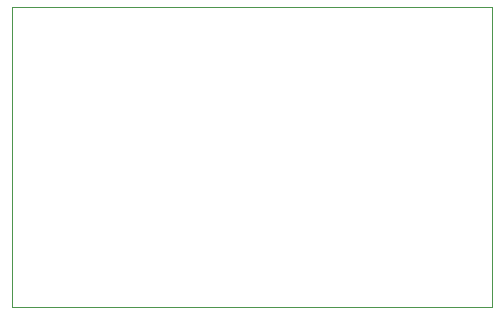
<source format=gko>
G04 Layer_Color=16711935*
%FSAX25Y25*%
%MOIN*%
G70*
G01*
G75*
%ADD78C,0.00197*%
D78*
X0156500Y0149000D02*
X0316500D01*
X0156500D02*
Y0249000D01*
X0311500D01*
X0316500D01*
Y0149000D02*
Y0249000D01*
M02*

</source>
